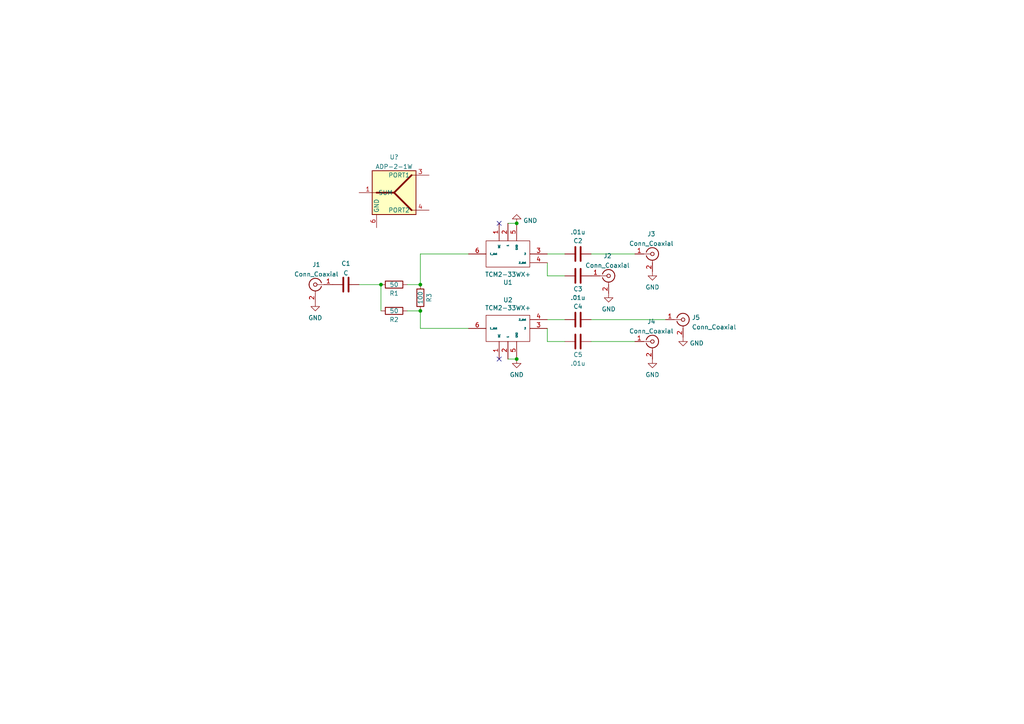
<source format=kicad_sch>
(kicad_sch (version 20211123) (generator eeschema)
  (paper "A4")
  (lib_symbols
    (symbol "Connector:Conn_Coaxial" (pin_names (offset 1.016) hide)
      (property "Reference" "J" (at 0.254 3.048 0))
      (property "Value" "Conn_Coaxial" (at 2.921 0 90))
      (symbol "Conn_Coaxial_0_1"
        (arc (start -1.778 -0.508) (mid 0.222 -1.808) (end 1.778 0) (stroke (width 0.254)))
        (polyline (pts (xy -2.54 0) (xy -0.508 0)))
        (polyline (pts (xy 0 -2.54) (xy 0 -1.778)))
        (circle (center 0 0) (radius 0.508) (stroke (width 0.2032)))
        (arc (start 1.778 0) (mid 0.222 1.8083) (end -1.778 0.508) (stroke (width 0.254)))
      )
      (symbol "Conn_Coaxial_1_1"
        (pin passive line (at -5.08 0 0) (length 2.54) (name "In") (number "1"))
        (pin passive line (at 0 -5.08 90) (length 2.54) (name "Ext") (number "2"))
      )
    )
    (symbol "Device:C" (pin_numbers hide) (pin_names (offset 0.254))
      (property "Reference" "C" (at 0.635 2.54 0))
      (property "Value" "C" (at 0.635 -2.54 0))
      (symbol "C_0_1"
        (polyline (pts (xy -2.032 -0.762) (xy 2.032 -0.762)) (stroke (width 0.508)))
        (polyline (pts (xy -2.032 0.762) (xy 2.032 0.762)) (stroke (width 0.508)))
      )
      (symbol "C_1_1"
        (pin passive line (at 0 3.81 270) (length 2.794) (name "~") (number "1"))
        (pin passive line (at 0 -3.81 90) (length 2.794) (name "~") (number "2"))
      )
    )
    (symbol "Device:R" (pin_numbers hide) (pin_names (offset 0))
      (property "Reference" "R" (at 2.032 0 90))
      (property "Value" "R" (at 0 0 90))
      (symbol "R_0_1"
        (rectangle (start -1.016 -2.54) (end 1.016 2.54) (stroke (width 0.254)))
      )
      (symbol "R_1_1"
        (pin passive line (at 0 3.81 270) (length 1.27) (name "~") (number "1"))
        (pin passive line (at 0 -3.81 90) (length 1.27) (name "~") (number "2"))
      )
    )
    (symbol "RF:ADP-2-1W"
      (property "Reference" "U" (at -6.35 7.62 0))
      (property "Value" "ADP-2-1W" (at 6.35 7.62 0))
      (symbol "ADP-2-1W_0_1"
        (rectangle (start -6.35 6.35) (end 6.35 -6.35) (stroke (width 0.254)) (fill (type background)))
        (polyline (pts (xy 0 0) (xy 5.08 -5.08)) (stroke (width 0.508)))
        (polyline (pts (xy -5.08 0) (xy 0 0) (xy 5.08 5.08)) (stroke (width 0.508)))
      )
      (symbol "ADP-2-1W_1_1"
        (pin passive line (at -10.16 0 0) (length 5.08) (name "SUM") (number "1"))
        (pin no_connect line (at 5.08 2.54 180) (length 5.08) hide (name "NC") (number "2"))
        (pin passive line (at 10.16 5.08 180) (length 5.08) (name "PORT1") (number "3"))
        (pin passive line (at 10.16 -5.08 180) (length 5.08) (name "PORT2") (number "4"))
        (pin no_connect line (at 5.08 -2.54 180) (length 5.08) hide (name "NC") (number "5"))
        (pin passive line (at -5.08 -10.16 90) (length 3.81) (name "GND") (number "6"))
      )
    )
    (symbol "local:TCM2-33WX+" (pin_names (offset 1.016))
      (property "Reference" "U" (at 0 10.16 0))
      (property "Value" "TCM2-33WX+" (at 0 12.7 0))
      (symbol "TCM2-33WX+_0_0"
        (pin unspecified line (at 0 -8.89 90) (length 5.08) (name "1") (number "2"))
        (pin unspecified line (at 11.43 0 180) (length 5.08) (name "2") (number "3"))
        (pin unspecified line (at 11.43 2.54 180) (length 5.08) (name "2_dot") (number "4"))
        (pin unspecified line (at 2.54 -8.89 90) (length 5.08) (name "GND") (number "5"))
        (pin unspecified line (at -11.43 0 0) (length 5.08) (name "1_dot") (number "6"))
      )
      (symbol "TCM2-33WX+_0_1"
        (rectangle (start -6.35 3.81) (end 6.35 -3.81))
      )
      (symbol "TCM2-33WX+_1_1"
        (pin unspecified line (at -2.54 -8.89 90) (length 5.08) (name "NC") (number "1"))
      )
    )
    (symbol "power:GND" (power) (pin_names (offset 0))
      (property "Value" "GND" (at 0 -3.81 0))
      (symbol "GND_0_1"
        (polyline (pts (xy 0 0) (xy 0 -1.27) (xy 1.27 -1.27) (xy 0 -2.54) (xy -1.27 -1.27) (xy 0 -1.27)))
      )
      (symbol "GND_1_1"
        (pin power_in line (at 0 0 270) (length 0) hide (name "GND") (number "1"))
      )
    )
  )
  (junction (at 121.92 82.55))
  (junction (at 149.86 64.77))
  (junction (at 110.49 82.55))
  (junction (at 121.92 90.17))
  (junction (at 149.86 104.14))
  (no_connect (at 144.78 104.14))
  (no_connect (at 144.78 64.77))
  (wire (pts (xy 158.75 95.25) (xy 158.75 99.06)))
  (wire (pts (xy 104.14 82.55) (xy 110.49 82.55)))
  (wire (pts (xy 121.92 82.55) (xy 121.92 73.66)))
  (wire (pts (xy 184.15 73.66) (xy 171.45 73.66)))
  (wire (pts (xy 158.75 80.01) (xy 163.83 80.01)))
  (wire (pts (xy 147.32 64.77) (xy 149.86 64.77)))
  (wire (pts (xy 158.75 99.06) (xy 163.83 99.06)))
  (wire (pts (xy 118.11 90.17) (xy 121.92 90.17)))
  (wire (pts (xy 110.49 82.55) (xy 110.49 90.17)))
  (wire (pts (xy 171.45 99.06) (xy 184.15 99.06)))
  (wire (pts (xy 118.11 82.55) (xy 121.92 82.55)))
  (wire (pts (xy 147.32 104.14) (xy 149.86 104.14)))
  (wire (pts (xy 171.45 92.71) (xy 193.04 92.71)))
  (wire (pts (xy 158.75 76.2) (xy 158.75 80.01)))
  (wire (pts (xy 121.92 73.66) (xy 135.89 73.66)))
  (wire (pts (xy 121.92 95.25) (xy 135.89 95.25)))
  (wire (pts (xy 121.92 90.17) (xy 121.92 95.25)))
  (wire (pts (xy 158.75 73.66) (xy 163.83 73.66)))
  (wire (pts (xy 158.75 92.71) (xy 163.83 92.71)))
  (symbol (lib_id "Connector:Conn_Coaxial") (at 91.44 82.55 0) (mirror y) (unit 1)
    (property "Reference" "J1" (at 91.7574 76.7569 0))
    (property "Value" "Conn_Coaxial" (at 91.7574 79.532 0))
    (property "Footprint" "Connector_Coaxial:SMA_Amphenol_132289_EdgeMount" (effects hide))
    (property "Datasheet" " ~" (effects hide))
  )
  (symbol (lib_id "power:GND") (at 176.53 85.09 0) (mirror y) (unit 1)
    (property "Reference" "#PWR04" (effects hide))
    (property "Value" "GND" (at 176.53 89.6525 0))
  )
  (symbol (lib_id "power:GND") (at 91.44 87.63 0) (unit 1)
    (property "Reference" "#PWR01" (effects hide))
    (property "Value" "GND" (at 91.44 92.1925 0))
  )
  (symbol (lib_id "Device:R") (at 114.3 82.55 90) (unit 1)
    (property "Reference" "R1" (at 114.3 85.09 90))
    (property "Value" "50" (at 114.3 82.55 90))
    (property "Footprint" "Resistor_SMD:R_0402_1005Metric" (effects hide))
  )
  (symbol (lib_id "power:GND") (at 198.12 97.79 0) (unit 1)
    (property "Reference" "#PWR07" (effects hide))
    (property "Value" "GND" (at 200.025 99.539 0) (effects (justify left)))
  )
  (symbol (lib_id "Connector:Conn_Coaxial") (at 198.12 92.71 0) (unit 1)
    (property "Reference" "J5" (at 200.66 92.0947 0) (effects (justify left)))
    (property "Value" "Conn_Coaxial" (at 200.66 94.8698 0) (effects (justify left)))
    (property "Footprint" "Connector_Coaxial:SMA_Amphenol_132289_EdgeMount" (effects hide))
    (property "Datasheet" " ~" (effects hide))
  )
  (symbol (lib_id "Device:C") (at 167.64 73.66 90) (unit 1)
    (property "Reference" "C2" (at 167.64 69.85 90))
    (property "Value" ".01u" (at 167.64 67.31 90))
    (property "Footprint" "Capacitor_SMD:C_0402_1005Metric" (effects hide))
  )
  (symbol (lib_id "Connector:Conn_Coaxial") (at 176.53 80.01 0) (unit 1)
    (property "Reference" "J2" (at 176.2126 74.2169 0))
    (property "Value" "Conn_Coaxial" (at 176.2126 76.992 0))
    (property "Footprint" "Connector_Coaxial:SMA_Amphenol_132289_EdgeMount" (effects hide))
    (property "Datasheet" " ~" (effects hide))
  )
  (symbol (lib_id "Device:R") (at 121.92 86.36 180) (unit 1)
    (property "Reference" "R3" (at 124.46 86.36 90))
    (property "Value" "100" (at 121.92 86.36 90))
    (property "Footprint" "Resistor_SMD:R_0402_1005Metric" (effects hide))
  )
  (symbol (lib_id "power:GND") (at 189.23 78.74 0) (mirror y) (unit 1)
    (property "Reference" "#PWR05" (effects hide))
    (property "Value" "GND" (at 189.23 83.3025 0))
  )
  (symbol (lib_id "local:TCM2-33WX+") (at 147.32 73.66 0) (mirror x) (unit 1)
    (property "Reference" "U1" (at 147.32 81.915 0))
    (property "Value" "TCM2-33WX+" (at 147.32 79.6036 0))
    (property "Footprint" "RF_Mini-Circuits:TCM2-33WX+" (effects hide))
    (property "Datasheet" "https://www.minicircuits.com/WebStore/dashboard.html?model=TCM2-33WX%2B" (effects hide))
  )
  (symbol (lib_id "local:TCM2-33WX+") (at 147.32 95.25 0) (unit 1)
    (property "Reference" "U2" (at 147.32 86.995 0))
    (property "Value" "TCM2-33WX+" (at 147.32 89.3064 0))
    (property "Footprint" "RF_Mini-Circuits:TCM2-33WX+" (effects hide))
    (property "Datasheet" "https://www.minicircuits.com/WebStore/dashboard.html?model=TCM2-33WX%2B" (effects hide))
  )
  (symbol (lib_id "Connector:Conn_Coaxial") (at 189.23 73.66 0) (unit 1)
    (property "Reference" "J3" (at 188.9126 67.8669 0))
    (property "Value" "Conn_Coaxial" (at 188.9126 70.642 0))
    (property "Footprint" "Connector_Coaxial:SMA_Amphenol_132289_EdgeMount" (effects hide))
    (property "Datasheet" " ~" (effects hide))
  )
  (symbol (lib_id "Device:C") (at 167.64 99.06 90) (mirror x) (unit 1)
    (property "Reference" "C5" (at 167.64 102.87 90))
    (property "Value" ".01u" (at 167.64 105.41 90))
    (property "Footprint" "Capacitor_SMD:C_0402_1005Metric" (effects hide))
  )
  (symbol (lib_id "power:GND") (at 189.23 104.14 0) (mirror y) (unit 1)
    (property "Reference" "#PWR06" (effects hide))
    (property "Value" "GND" (at 189.23 108.7025 0))
  )
  (symbol (lib_id "Device:R") (at 114.3 90.17 90) (unit 1)
    (property "Reference" "R2" (at 114.3 92.71 90))
    (property "Value" "50" (at 114.3 90.17 90))
    (property "Footprint" "Resistor_SMD:R_0402_1005Metric" (effects hide))
  )
  (symbol (lib_id "Device:C") (at 167.64 92.71 90) (unit 1)
    (property "Reference" "C4" (at 167.64 88.9 90))
    (property "Value" ".01u" (at 167.64 86.36 90))
    (property "Footprint" "Capacitor_SMD:C_0402_1005Metric" (effects hide))
  )
  (symbol (lib_id "Connector:Conn_Coaxial") (at 189.23 99.06 0) (unit 1)
    (property "Reference" "J4" (at 188.9126 93.2669 0))
    (property "Value" "Conn_Coaxial" (at 188.9126 96.042 0))
    (property "Footprint" "Connector_Coaxial:SMA_Amphenol_132289_EdgeMount" (effects hide))
    (property "Datasheet" " ~" (effects hide))
  )
  (symbol (lib_id "power:GND") (at 149.86 64.77 180) (unit 1)
    (property "Reference" "#PWR02" (effects hide))
    (property "Value" "GND" (at 151.765 63.979 0) (effects (justify right)))
  )
  (symbol (lib_id "RF:ADP-2-1W") (at 114.3 55.88 0) (unit 1)
    (property "Reference" "U?" (at 114.3 45.5635 0))
    (property "Value" "ADP-2-1W" (at 114.3 48.3386 0))
    (property "Footprint" "RF_Mini-Circuits:Mini-Circuits_CD636_LandPatternPL-035" (effects hide))
    (property "Datasheet" "https://www.minicircuits.com/pdfs/ADP-2-1W.pdf" (effects hide))
  )
  (symbol (lib_id "Device:C") (at 167.64 80.01 90) (mirror x) (unit 1)
    (property "Reference" "C3" (at 167.64 83.82 90))
    (property "Value" ".01u" (at 167.64 86.36 90))
    (property "Footprint" "Capacitor_SMD:C_0402_1005Metric" (effects hide))
  )
  (symbol (lib_id "Device:C") (at 100.33 82.55 90) (unit 1)
    (property "Reference" "C1" (at 100.33 76.4245 90))
    (property "Value" "C" (at 100.33 79.1996 90))
    (property "Footprint" "Capacitor_SMD:C_0402_1005Metric" (effects hide))
  )
  (symbol (lib_id "power:GND") (at 149.86 104.14 0) (unit 1)
    (property "Reference" "#PWR03" (effects hide))
    (property "Value" "GND" (at 149.86 108.7025 0))
  )
)
</source>
